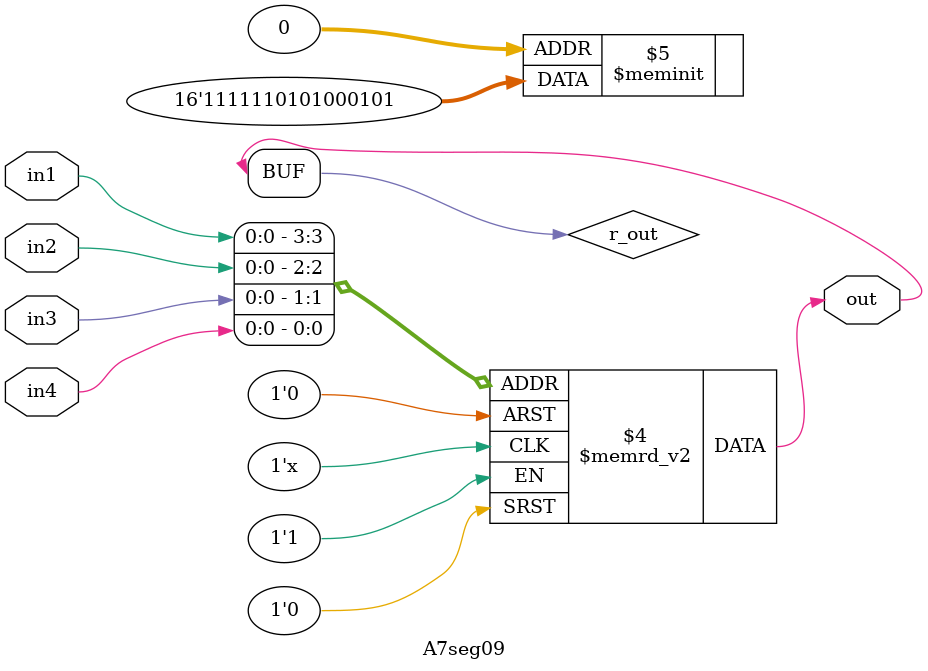
<source format=v>
module A7seg09(output out, input in1, in2, in3, in4);
  reg r_out;
  assign out = r_out;
  always@(in1, in2, in3, in4)
    begin
      case({in1, in2, in3, in4})
        4'b0000: out = 1'b1;
        4'b0001: out = 1'b0;
        4'b0010: out = 1'b1;
        4'b0011: out = 1'b0;
        4'b0100: out = 1'b0;
        4'b0101: out = 1'b0;
        4'b0110: out = 1'b1;
        4'b0111: out = 1'b0;
	4'b1000: out = 1'b1;
        4'b1001: out = 1'b0;
        4'b1010: out = 1'b1;
        4'b1011: out = 1'b1;
        4'b1100: out = 1'b1;
        4'b1101: out = 1'b1;
        4'b1110: out = 1'b1;
        4'b1111: out = 1'b1;
	
        default: out = 1'b0;
      endcase
    end
endmodule

</source>
